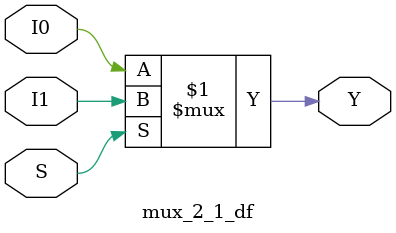
<source format=sv>
module mux_4_1_st(Y,I0,I1,I2,I3,S0,S1);
  input I0,I1,I2,I3,S0,S1;
  output Y;
  wire Y0,Y1;
  
  mux_2_1_df mux1(Y0,I0,I1,S0);
  mux_2_1_df mux2(Y1,I3,I4,S0);
  mux_2_1_df mux3(Y,I0,I1,S0);
  
endmodule

module mux_2_1_df(Y,I0,I1,S);
  input I0,I1;
  input S;
  output Y;
  
  assign Y = S?I1:I0;
endmodule

</source>
